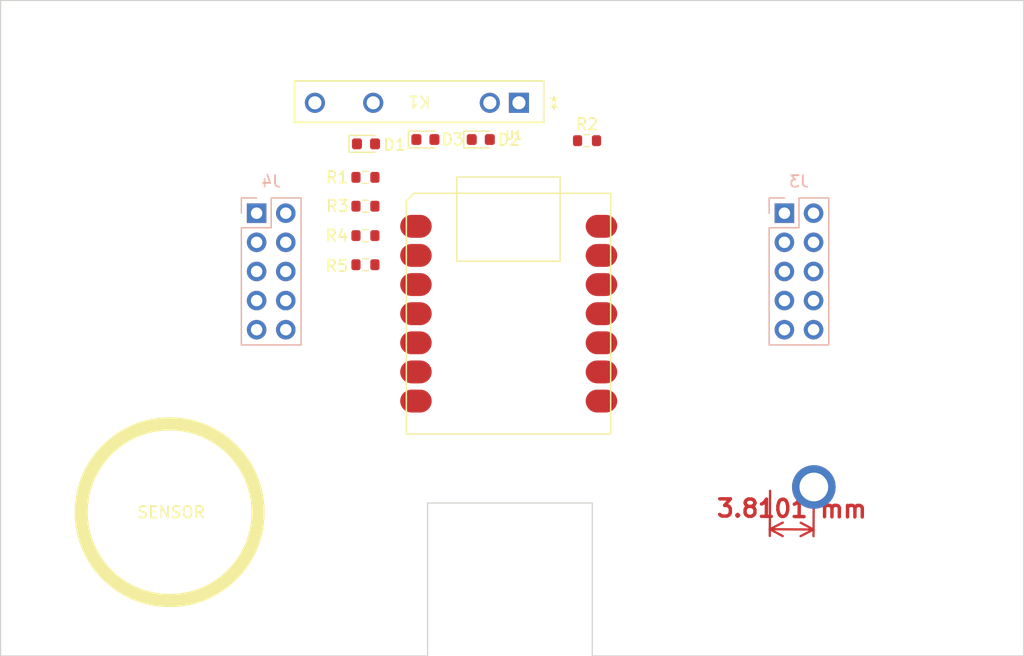
<source format=kicad_pcb>
(kicad_pcb (version 20241229) (generator "pcbnew") (generator_version "9.0")
  (layers (0 "F.Cu" signal) (2 "B.Cu" signal) (13 "F.Paste" user) (15 "B.Paste" user) (5 "F.SilkS" user "F.Silkscreen") (7 "B.SilkS" user "B.Silkscreen") (1 "F.Mask" user) (3 "B.Mask" user) (25 "Edge.Cuts" user))
  (net 0 "")
  (net 2 "GND")
  (net 11 "Net-(K1-Pad1)")
  (net 12 "A0")
  (net 13 "Net-(U1-PA6_A10_D10_MOSI)")
  (net 23 "Net-(D1-A)")
  (net 24 "Net-(D2-A)")
  (net 25 "Net-(D3-A)")
  (net 26 "Net-(U1-PA4_A1_D1)")
  (net 27 "Net-(U1-PA10_A2_D2)")
  (net 28 "Net-(U1-PA11_A3_D3)")
  (footprint "Resistor_SMD:R_0603_1608Metric" (layer "F.Cu") (at 124.3755 53.5163)
    (property "Reference" "R1" (at -2.4638 0 0) (layer "F.SilkS"))
    (property "Value" "R_Small")
    (fp_line (start -0.237258 -0.5225) (end 0.237258 -0.5225) (stroke (width 0.12)) (layer "F.SilkS"))
    (fp_line (start -0.237258 0.5225) (end 0.237258 0.5225) (stroke (width 0.12)) (layer "F.SilkS"))
    (pad "1" smd roundrect (at -0.825 0) (size 0.8 0.95) (layers "F.Cu" "F.Mask" "F.Paste"))
    (pad "2" smd roundrect (at 0.825 0) (size 0.8 0.95) (layers "F.Cu" "F.Mask" "F.Paste") (net 12 "A0"))
  )
  (footprint "CPC1916Y:CPC1916Y" (layer "F.Cu") (at 137.7548 47.0154 180)
    (property "Reference" "K1" (at 8.6995 0.1016 180) (layer "F.SilkS"))
    (property "Value" "CPC1916Y")
    (fp_line (start 19.558 1.905) (end 19.558 -1.7018) (stroke (width 0.1524)) (layer "F.SilkS"))
    (fp_line (start 19.558 -1.7018) (end -2.159 -1.7018) (stroke (width 0.1524)) (layer "F.SilkS"))
    (fp_line (start -2.159 1.905) (end 19.558 1.905) (stroke (width 0.1524)) (layer "F.SilkS"))
    (fp_line (start -2.159 -1.7018) (end -2.159 1.905) (stroke (width 0.1524)) (layer "F.SilkS"))
    (fp_text user "*" (at -3.048 0 0) (layer "F.SilkS"))
    (fp_text user "*" (at -3.048 0 180) (layer "F.SilkS"))
    (pad "1" thru_hole rect (at 0 0 180) (size 1.7526 1.7526) (drill 1.143) (layers "*.Cu" "*.Mask") (net 11 "Net-(K1-Pad1)"))
    (pad "2" thru_hole circle (at 2.54 0 180) (size 1.7526 1.7526) (drill 1.143) (layers "*.Cu" "*.Mask") (net 2 "GND"))
    (pad "3" thru_hole circle (at 12.7 0 180) (size 1.7526 1.7526) (drill 1.143) (layers "*.Cu" "*.Mask"))
    (pad "4" thru_hole circle (at 17.78 0 180) (size 1.7526 1.7526) (drill 1.143) (layers "*.Cu" "*.Mask"))
  )
  (footprint "xiao ESP32C3_PCB:MOUDLE14P-SMD-2.54-21X17.8MM" (layer "F.Cu") (at 127.943 75.905)
    (property "Reference" "U1" (at 9.34 -26.0575 0) (layer "F.SilkS") (effects (font (size 0.7 0.7))))
    (property "Value" "MOUDLE-SEEEDUINO-XIAO-ESP32C3")
    (fp_line (start 0 -20.3285) (end 0 0) (stroke (width 0.127)) (layer "F.SilkS"))
    (fp_line (start 0 0) (end 17.8 0) (stroke (width 0.127)) (layer "F.SilkS"))
    (fp_line (start 0.671541 -21) (end 0 -20.3285) (stroke (width 0.127)) (layer "F.SilkS"))
    (fp_line (start 4.396 -15.072) (end 4.396 -22.425) (stroke (width 0.127)) (layer "F.SilkS"))
    (fp_line (start 4.4 -22.424) (end 13.395 -22.424) (stroke (width 0.127)) (layer "F.SilkS"))
    (fp_line (start 13.395 -22.424) (end 13.395 -15.072) (stroke (width 0.127)) (layer "F.SilkS"))
    (fp_line (start 13.395 -15.072) (end 4.396 -15.072) (stroke (width 0.127)) (layer "F.SilkS"))
    (fp_line (start 17.8 -21) (end 0.671541 -21) (stroke (width 0.127)) (layer "F.SilkS"))
    (fp_line (start 17.8 0) (end 17.8 -21) (stroke (width 0.127)) (layer "F.SilkS"))
    (pad "1" smd roundrect (at 0.835 -18.12) (size 2.75 2) (layers "F.Cu" "F.Mask" "F.Paste") (roundrect_rratio 0.5) (net 12 "A0"))
    (pad "2" smd roundrect (at 0.835 -15.58) (size 2.75 2) (layers "F.Cu" "F.Mask" "F.Paste") (roundrect_rratio 0.5) (net 26 "Net-(U1-PA4_A1_D1)"))
    (pad "3" smd roundrect (at 0.835 -13.04) (size 2.75 2) (layers "F.Cu" "F.Mask" "F.Paste") (roundrect_rratio 0.5) (net 27 "Net-(U1-PA10_A2_D2)"))
    (pad "4" smd roundrect (at 0.835 -10.5) (size 2.75 2) (layers "F.Cu" "F.Mask" "F.Paste") (roundrect_rratio 0.5) (net 28 "Net-(U1-PA11_A3_D3)"))
    (pad "5" smd roundrect (at 0.835 -7.96) (size 2.75 2) (layers "F.Cu" "F.Mask" "F.Paste") (roundrect_rratio 0.5))
    (pad "6" smd roundrect (at 0.835 -5.42) (size 2.75 2) (layers "F.Cu" "F.Mask" "F.Paste") (roundrect_rratio 0.5))
    (pad "7" smd roundrect (at 0.835 -2.88) (size 2.75 2) (layers "F.Cu" "F.Mask" "F.Paste") (roundrect_rratio 0.5))
    (pad "8" smd roundrect (at 17 -2.88) (size 2.75 2) (layers "F.Cu" "F.Mask" "F.Paste") (roundrect_rratio 0.5))
    (pad "9" smd roundrect (at 17 -5.42) (size 2.75 2) (layers "F.Cu" "F.Mask" "F.Paste") (roundrect_rratio 0.5))
    (pad "10" smd roundrect (at 17 -7.96) (size 2.75 2) (layers "F.Cu" "F.Mask" "F.Paste") (roundrect_rratio 0.5))
    (pad "11" smd roundrect (at 17 -10.5) (size 2.75 2) (layers "F.Cu" "F.Mask" "F.Paste") (roundrect_rratio 0.5) (net 13 "Net-(U1-PA6_A10_D10_MOSI)"))
    (pad "12" smd roundrect (at 17 -13.04) (size 2.75 2) (layers "F.Cu" "F.Mask" "F.Paste") (roundrect_rratio 0.5))
    (pad "13" smd roundrect (at 17 -15.58) (size 2.75 2) (layers "F.Cu" "F.Mask" "F.Paste") (roundrect_rratio 0.5))
    (pad "14" smd roundrect (at 17 -18.12) (size 2.75 2) (layers "F.Cu" "F.Mask" "F.Paste") (roundrect_rratio 0.5))
  )
  (footprint "Resistor_SMD:R_0603_1608Metric" (layer "F.Cu") (at 143.6852 50.3174)
    (property "Reference" "R2" (at 0 -1.43 0) (layer "F.SilkS"))
    (property "Value" "R_Small")
    (fp_line (start -0.237258 -0.5225) (end 0.237258 -0.5225) (stroke (width 0.12)) (layer "F.SilkS"))
    (fp_line (start -0.237258 0.5225) (end 0.237258 0.5225) (stroke (width 0.12)) (layer "F.SilkS"))
    (pad "1" smd roundrect (at -0.825 0) (size 0.8 0.95) (layers "F.Cu" "F.Mask" "F.Paste") (net 13 "Net-(U1-PA6_A10_D10_MOSI)"))
    (pad "2" smd roundrect (at 0.825 0) (size 0.8 0.95) (layers "F.Cu" "F.Mask" "F.Paste") (net 11 "Net-(K1-Pad1)"))
  )
  (footprint "LED_SMD:LED_0603_1608Metric" (layer "F.Cu") (at 124.4263 50.5953)
    (property "Reference" "D1" (at 2.4892 0.0762 0) (layer "F.SilkS"))
    (property "Value" "LED")
    (fp_line (start -1.485 -0.735) (end -1.485 0.735) (stroke (width 0.12)) (layer "F.SilkS"))
    (fp_line (start -1.485 0.735) (end 0.8 0.735) (stroke (width 0.12)) (layer "F.SilkS"))
    (fp_line (start 0.8 -0.735) (end -1.485 -0.735) (stroke (width 0.12)) (layer "F.SilkS"))
    (pad "1" smd roundrect (at -0.7875 0) (size 0.875 0.95) (layers "F.Cu" "F.Mask" "F.Paste") (net 2 "GND"))
    (pad "2" smd roundrect (at 0.7875 0) (size 0.875 0.95) (layers "F.Cu" "F.Mask" "F.Paste") (net 23 "Net-(D1-A)"))
  )
  (footprint "Resistor_SMD:R_0603_1608Metric" (layer "F.Cu") (at 124.3755 56.0309 180)
    (property "Reference" "R3" (at 2.4414 0.01795 0) (layer "F.SilkS"))
    (property "Value" "470E")
    (fp_line (start -0.237258 0.5225) (end 0.237258 0.5225) (stroke (width 0.12)) (layer "F.SilkS"))
    (fp_line (start -0.237258 -0.5225) (end 0.237258 -0.5225) (stroke (width 0.12)) (layer "F.SilkS"))
    (pad "1" smd roundrect (at -0.825 0 180) (size 0.8 0.95) (layers "F.Cu" "F.Mask" "F.Paste") (net 23 "Net-(D1-A)"))
    (pad "2" smd roundrect (at 0.825 0 180) (size 0.8 0.95) (layers "F.Cu" "F.Mask" "F.Paste") (net 26 "Net-(U1-PA4_A1_D1)"))
  )
  (footprint "LED_SMD:LED_0603_1608Metric" (layer "F.Cu") (at 134.4274 50.2158)
    (property "Reference" "D2" (at 2.4638 0.0254 0) (layer "F.SilkS"))
    (property "Value" "LED")
    (fp_line (start -1.485 -0.735) (end -1.485 0.735) (stroke (width 0.12)) (layer "F.SilkS"))
    (fp_line (start -1.485 0.735) (end 0.8 0.735) (stroke (width 0.12)) (layer "F.SilkS"))
    (fp_line (start 0.8 -0.735) (end -1.485 -0.735) (stroke (width 0.12)) (layer "F.SilkS"))
    (pad "1" smd roundrect (at -0.7875 0) (size 0.875 0.95) (layers "F.Cu" "F.Mask" "F.Paste") (net 2 "GND"))
    (pad "2" smd roundrect (at 0.7875 0) (size 0.875 0.95) (layers "F.Cu" "F.Mask" "F.Paste") (net 24 "Net-(D2-A)"))
  )
  (footprint "LED_SMD:LED_0603_1608Metric" (layer "F.Cu") (at 129.6015 50.2158)
    (property "Reference" "D3" (at 2.3876 0 0) (layer "F.SilkS"))
    (property "Value" "LED")
    (fp_line (start -1.485 -0.735) (end -1.485 0.735) (stroke (width 0.12)) (layer "F.SilkS"))
    (fp_line (start -1.485 0.735) (end 0.8 0.735) (stroke (width 0.12)) (layer "F.SilkS"))
    (fp_line (start 0.8 -0.735) (end -1.485 -0.735) (stroke (width 0.12)) (layer "F.SilkS"))
    (pad "1" smd roundrect (at -0.7875 0) (size 0.875 0.95) (layers "F.Cu" "F.Mask" "F.Paste") (net 2 "GND"))
    (pad "2" smd roundrect (at 0.7875 0) (size 0.875 0.95) (layers "F.Cu" "F.Mask" "F.Paste") (net 25 "Net-(D3-A)"))
  )
  (footprint "Resistor_SMD:R_0603_1608Metric" (layer "F.Cu") (at 124.3755 58.5963)
    (property "Reference" "R4" (at -2.4922 0.00745 0) (layer "F.SilkS"))
    (property "Value" "470E")
    (fp_line (start -0.237258 -0.5225) (end 0.237258 -0.5225) (stroke (width 0.12)) (layer "F.SilkS"))
    (fp_line (start -0.237258 0.5225) (end 0.237258 0.5225) (stroke (width 0.12)) (layer "F.SilkS"))
    (pad "1" smd roundrect (at -0.825 0) (size 0.8 0.95) (layers "F.Cu" "F.Mask" "F.Paste") (net 24 "Net-(D2-A)"))
    (pad "2" smd roundrect (at 0.825 0) (size 0.8 0.95) (layers "F.Cu" "F.Mask" "F.Paste") (net 27 "Net-(U1-PA10_A2_D2)"))
  )
  (footprint "Resistor_SMD:R_0603_1608Metric" (layer "F.Cu") (at 124.3755 61.1363)
    (property "Reference" "R5" (at -2.4892 0.1016 0) (layer "F.SilkS"))
    (property "Value" "470E")
    (fp_line (start -0.237258 -0.5225) (end 0.237258 -0.5225) (stroke (width 0.12)) (layer "F.SilkS"))
    (fp_line (start -0.237258 0.5225) (end 0.237258 0.5225) (stroke (width 0.12)) (layer "F.SilkS"))
    (pad "1" smd roundrect (at -0.825 0) (size 0.8 0.95) (layers "F.Cu" "F.Mask" "F.Paste") (net 25 "Net-(D3-A)"))
    (pad "2" smd roundrect (at 0.825 0) (size 0.8 0.95) (layers "F.Cu" "F.Mask" "F.Paste") (net 28 "Net-(U1-PA11_A3_D3)"))
  )
  (footprint "Connector_PinSocket_2.54mm:PinSocket_2x05_P2.54mm_Vertical" (layer "B.Cu") (at 160.8847 56.642 180)
    (property "Reference" "J3" (at -1.27 2.77 0) (layer "B.SilkS") (effects (justify mirror)))
    (property "Value" "Conn_02x05_Odd_Even")
    (fp_line (start 1.33 1.33) (end 1.33 0) (stroke (width 0.12)) (layer "B.SilkS"))
    (fp_line (start 1.33 -1.27) (end 1.33 -11.49) (stroke (width 0.12)) (layer "B.SilkS"))
    (fp_line (start 0 1.33) (end 1.33 1.33) (stroke (width 0.12)) (layer "B.SilkS"))
    (fp_line (start -1.27 1.33) (end -1.27 -1.27) (stroke (width 0.12)) (layer "B.SilkS"))
    (fp_line (start -1.27 -1.27) (end 1.33 -1.27) (stroke (width 0.12)) (layer "B.SilkS"))
    (fp_line (start -3.87 1.33) (end -1.27 1.33) (stroke (width 0.12)) (layer "B.SilkS"))
    (fp_line (start -3.87 1.33) (end -3.87 -11.49) (stroke (width 0.12)) (layer "B.SilkS"))
    (fp_line (start -3.87 -11.49) (end 1.33 -11.49) (stroke (width 0.12)) (layer "B.SilkS"))
    (pad "1" thru_hole rect (at 0 0 180) (size 1.7 1.7) (drill 1) (layers "*.Cu" "*.Mask"))
    (pad "2" thru_hole oval (at -2.54 0 180) (size 1.7 1.7) (drill 1) (layers "*.Cu" "*.Mask"))
    (pad "3" thru_hole oval (at 0 -2.54 180) (size 1.7 1.7) (drill 1) (layers "*.Cu" "*.Mask"))
    (pad "4" thru_hole oval (at -2.54 -2.54 180) (size 1.7 1.7) (drill 1) (layers "*.Cu" "*.Mask"))
    (pad "5" thru_hole oval (at 0 -5.08 180) (size 1.7 1.7) (drill 1) (layers "*.Cu" "*.Mask"))
    (pad "6" thru_hole oval (at -2.54 -5.08 180) (size 1.7 1.7) (drill 1) (layers "*.Cu" "*.Mask"))
    (pad "7" thru_hole oval (at 0 -7.62 180) (size 1.7 1.7) (drill 1) (layers "*.Cu" "*.Mask"))
    (pad "8" thru_hole oval (at -2.54 -7.62 180) (size 1.7 1.7) (drill 1) (layers "*.Cu" "*.Mask"))
    (pad "9" thru_hole oval (at 0 -10.16 180) (size 1.7 1.7) (drill 1) (layers "*.Cu" "*.Mask"))
    (pad "10" thru_hole oval (at -2.54 -10.16 180) (size 1.7 1.7) (drill 1) (layers "*.Cu" "*.Mask"))
  )
  (footprint "Connector_PinSocket_2.54mm:PinSocket_2x05_P2.54mm_Vertical" (layer "B.Cu") (at 114.8948 56.642 180)
    (property "Reference" "J4" (at -1.27 2.77 0) (layer "B.SilkS") (effects (justify mirror)))
    (property "Value" "Conn_02x05_Odd_Even")
    (fp_line (start 1.33 1.33) (end 1.33 0) (stroke (width 0.12)) (layer "B.SilkS"))
    (fp_line (start 1.33 -1.27) (end 1.33 -11.49) (stroke (width 0.12)) (layer "B.SilkS"))
    (fp_line (start 0 1.33) (end 1.33 1.33) (stroke (width 0.12)) (layer "B.SilkS"))
    (fp_line (start -1.27 1.33) (end -1.27 -1.27) (stroke (width 0.12)) (layer "B.SilkS"))
    (fp_line (start -1.27 -1.27) (end 1.33 -1.27) (stroke (width 0.12)) (layer "B.SilkS"))
    (fp_line (start -3.87 1.33) (end -1.27 1.33) (stroke (width 0.12)) (layer "B.SilkS"))
    (fp_line (start -3.87 1.33) (end -3.87 -11.49) (stroke (width 0.12)) (layer "B.SilkS"))
    (fp_line (start -3.87 -11.49) (end 1.33 -11.49) (stroke (width 0.12)) (layer "B.SilkS"))
    (pad "1" thru_hole rect (at 0 0 180) (size 1.7 1.7) (drill 1) (layers "*.Cu" "*.Mask"))
    (pad "2" thru_hole oval (at -2.54 0 180) (size 1.7 1.7) (drill 1) (layers "*.Cu" "*.Mask"))
    (pad "3" thru_hole oval (at 0 -2.54 180) (size 1.7 1.7) (drill 1) (layers "*.Cu" "*.Mask"))
    (pad "4" thru_hole oval (at -2.54 -2.54 180) (size 1.7 1.7) (drill 1) (layers "*.Cu" "*.Mask"))
    (pad "5" thru_hole oval (at 0 -5.08 180) (size 1.7 1.7) (drill 1) (layers "*.Cu" "*.Mask"))
    (pad "6" thru_hole oval (at -2.54 -5.08 180) (size 1.7 1.7) (drill 1) (layers "*.Cu" "*.Mask"))
    (pad "7" thru_hole oval (at 0 -7.62 180) (size 1.7 1.7) (drill 1) (layers "*.Cu" "*.Mask"))
    (pad "8" thru_hole oval (at -2.54 -7.62 180) (size 1.7 1.7) (drill 1) (layers "*.Cu" "*.Mask"))
    (pad "9" thru_hole oval (at 0 -10.16 180) (size 1.7 1.7) (drill 1) (layers "*.Cu" "*.Mask"))
    (pad "10" thru_hole oval (at -2.54 -10.16 180) (size 1.7 1.7) (drill 1) (layers "*.Cu" "*.Mask"))
  )
  (gr_circle (center 107.315 82.719589) (end 115.019411 82.719589) (stroke (width 1.15)) (fill no) (layer "F.SilkS"))
  (gr_line (start 95.0595 95.25) (end 129.794 95.25) (stroke (width 0.1)) (layer "Edge.Cuts"))
  (gr_line (start 92.583 38.1) (end 92.71 38.1) (stroke (width 0.1)) (layer "Edge.Cuts"))
  (gr_line (start 175.1965 95.25) (end 181.737 95.25) (stroke (width 0.1)) (layer "Edge.Cuts"))
  (gr_line (start 129.794 95.25) (end 129.794 81.915) (stroke (width 0.1)) (layer "Edge.Cuts"))
  (gr_line (start 92.583 95.25) (end 95.0595 95.25) (stroke (width 0.1)) (layer "Edge.Cuts"))
  (gr_line (start 129.794 81.915) (end 144.145 81.915) (stroke (width 0.1)) (layer "Edge.Cuts"))
  (gr_line (start 175.1965 95.25) (end 144.145 95.25) (stroke (width 0.1)) (layer "Edge.Cuts"))
  (gr_line (start 92.583 86.868) (end 92.583 95.25) (stroke (width 0.1)) (layer "Edge.Cuts"))
  (gr_line (start 92.71 38.1) (end 181.737 38.1) (stroke (width 0.1)) (layer "Edge.Cuts"))
  (gr_line (start 181.737 38.1) (end 181.737 86.487) (stroke (width 0.1)) (layer "Edge.Cuts"))
  (gr_line (start 144.145 81.915) (end 144.145 95.25) (stroke (width 0.1)) (layer "Edge.Cuts"))
  (gr_line (start 181.737 95.25) (end 181.737 86.487) (stroke (width 0.1)) (layer "Edge.Cuts"))
  (gr_line (start 92.583 86.868) (end 92.583 38.1) (stroke (width 0.1)) (layer "Edge.Cuts"))
  (gr_text "SENSOR" (at 104.394 83.312 0) (layer "F.SilkS") (effects (font (size 1 1)) (justify left bottom)))
  (dimension (type aligned) (layer "F.Cu") (pts (xy 163.44925 80.378857) (xy 159.63925 80.353457)) (height -3.847629) (format (prefix "") (suffix "") (units 3) (units_format 1) (precision 4)) (style (thickness 0.2) (arrow_length 1.27) (text_position_mode 0) (arrow_direction outward) (extension_height 0.58642) (extension_offset 0.5) (keep_text_aligned yes)) (gr_text "3.8101 mm" (at 161.5306 82.41374 -0.3819662047) (layer "F.Cu") (effects (font (size 1.5 1.5) (thickness 0.3)))))
  (via (at 163.449 80.518) (size 3.8) (drill 2.5) (layers "F.Cu" "B.Cu") (net 0))
)
</source>
